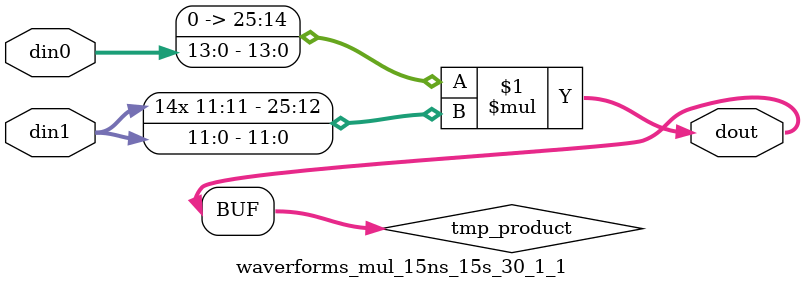
<source format=v>

`timescale 1 ns / 1 ps

 module waverforms_mul_15ns_15s_30_1_1(din0, din1, dout);
parameter ID = 1;
parameter NUM_STAGE = 0;
parameter din0_WIDTH = 14;
parameter din1_WIDTH = 12;
parameter dout_WIDTH = 26;

input [din0_WIDTH - 1 : 0] din0; 
input [din1_WIDTH - 1 : 0] din1; 
output [dout_WIDTH - 1 : 0] dout;

wire signed [dout_WIDTH - 1 : 0] tmp_product;

























assign tmp_product = $signed({1'b0, din0}) * $signed(din1);










assign dout = tmp_product;





















endmodule

</source>
